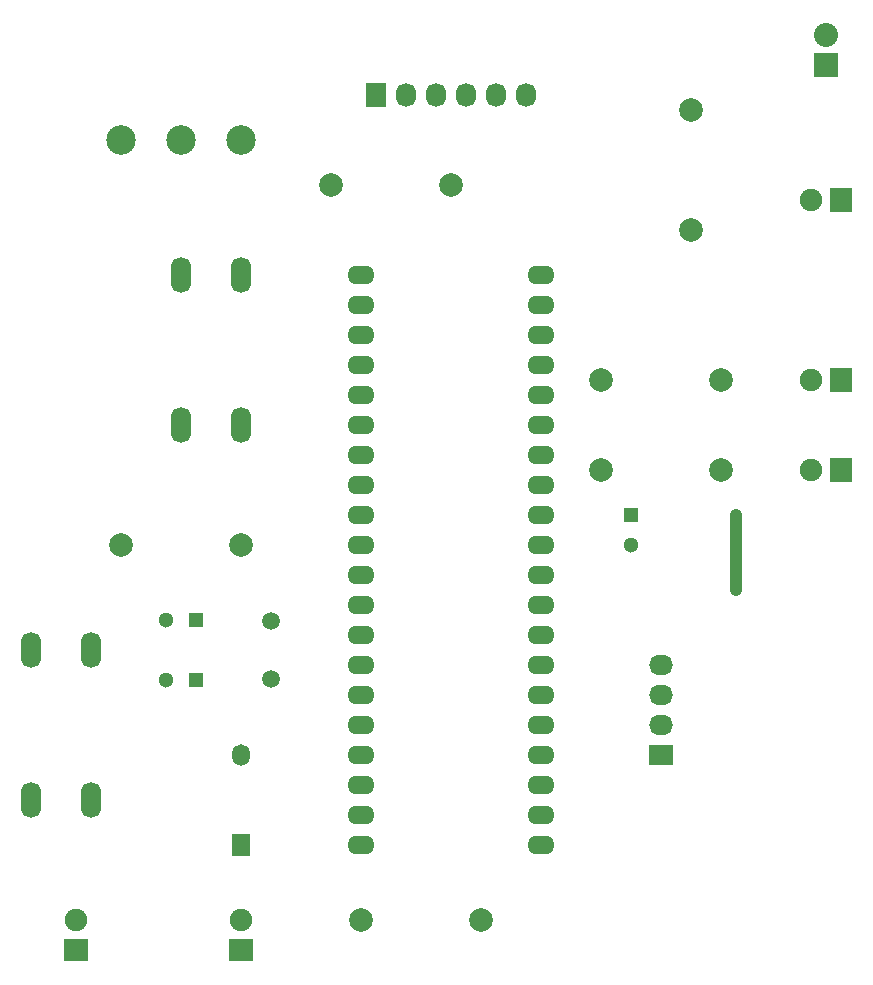
<source format=gbr>
G04 #@! TF.FileFunction,Copper,L1,Top,Signal*
%FSLAX46Y46*%
G04 Gerber Fmt 4.6, Leading zero omitted, Abs format (unit mm)*
G04 Created by KiCad (PCBNEW 4.0.2+dfsg1-stable) date Sex 01 Abr 2016 09:35:36 BRT*
%MOMM*%
G01*
G04 APERTURE LIST*
%ADD10C,0.100000*%
%ADD11R,1.300000X1.300000*%
%ADD12C,1.300000*%
%ADD13R,1.900000X2.000000*%
%ADD14C,1.900000*%
%ADD15R,2.000000X1.900000*%
%ADD16R,2.032000X1.727200*%
%ADD17O,2.032000X1.727200*%
%ADD18R,2.032000X2.032000*%
%ADD19O,2.032000X2.032000*%
%ADD20R,1.727200X2.032000*%
%ADD21O,1.727200X2.032000*%
%ADD22C,1.998980*%
%ADD23C,2.499360*%
%ADD24O,1.727200X3.048000*%
%ADD25R,1.524000X1.824000*%
%ADD26O,1.524000X1.824000*%
%ADD27O,2.300000X1.600000*%
%ADD28C,1.501140*%
%ADD29C,0.600000*%
%ADD30C,1.000000*%
G04 APERTURE END LIST*
D10*
D11*
X69850000Y-82550000D03*
D12*
X67350000Y-82550000D03*
D11*
X69850000Y-87630000D03*
D12*
X67350000Y-87630000D03*
D11*
X106680000Y-73660000D03*
D12*
X106680000Y-76160000D03*
D13*
X124460000Y-46990000D03*
D14*
X121920000Y-46990000D03*
D15*
X73660000Y-110490000D03*
D14*
X73660000Y-107950000D03*
D15*
X59690000Y-110490000D03*
D14*
X59690000Y-107950000D03*
D13*
X124460000Y-62230000D03*
D14*
X121920000Y-62230000D03*
D13*
X124460000Y-69850000D03*
D14*
X121920000Y-69850000D03*
D16*
X109220000Y-93980000D03*
D17*
X109220000Y-91440000D03*
X109220000Y-88900000D03*
X109220000Y-86360000D03*
D18*
X123190000Y-35560000D03*
D19*
X123190000Y-33020000D03*
D20*
X85090000Y-38100000D03*
D21*
X87630000Y-38100000D03*
X90170000Y-38100000D03*
X92710000Y-38100000D03*
X95250000Y-38100000D03*
X97790000Y-38100000D03*
D22*
X91440000Y-45720000D03*
X81280000Y-45720000D03*
X111760000Y-49530000D03*
X111760000Y-39370000D03*
X93980000Y-107950000D03*
X83820000Y-107950000D03*
X63500000Y-76200000D03*
X73660000Y-76200000D03*
X114300000Y-62230000D03*
X104140000Y-62230000D03*
X114300000Y-69850000D03*
X104140000Y-69850000D03*
D23*
X68580000Y-41910000D03*
X63500000Y-41910000D03*
X73660000Y-41910000D03*
D24*
X68580000Y-53340000D03*
X73660000Y-53340000D03*
X68580000Y-66040000D03*
X73660000Y-66040000D03*
X60960000Y-97790000D03*
X55880000Y-97790000D03*
X60960000Y-85090000D03*
X55880000Y-85090000D03*
D25*
X73660000Y-101600000D03*
D26*
X73660000Y-93980000D03*
D27*
X83820000Y-53340000D03*
X83820000Y-55880000D03*
X83820000Y-58420000D03*
X83820000Y-60960000D03*
X83820000Y-63500000D03*
X83820000Y-66040000D03*
X83820000Y-68580000D03*
X83820000Y-71120000D03*
X83820000Y-73660000D03*
X83820000Y-76200000D03*
X83820000Y-78740000D03*
X83820000Y-81280000D03*
X83820000Y-83820000D03*
X83820000Y-86360000D03*
X83820000Y-88900000D03*
X83820000Y-91440000D03*
X83820000Y-93980000D03*
X83820000Y-96520000D03*
X83820000Y-99060000D03*
X83820000Y-101600000D03*
X99060000Y-101600000D03*
X99060000Y-99060000D03*
X99060000Y-96520000D03*
X99060000Y-93980000D03*
X99060000Y-91440000D03*
X99060000Y-88900000D03*
X99060000Y-86360000D03*
X99060000Y-83820000D03*
X99060000Y-81280000D03*
X99060000Y-78740000D03*
X99060000Y-76200000D03*
X99060000Y-73660000D03*
X99060000Y-71120000D03*
X99060000Y-68580000D03*
X99060000Y-66040000D03*
X99060000Y-63500000D03*
X99060000Y-60960000D03*
X99060000Y-58420000D03*
X99060000Y-55880000D03*
X99060000Y-53340000D03*
D28*
X76200000Y-87530940D03*
X76200000Y-82649060D03*
D29*
X115570000Y-73660000D03*
X115570000Y-80010000D03*
D30*
X115570000Y-80010000D02*
X115570000Y-73660000D01*
M02*

</source>
